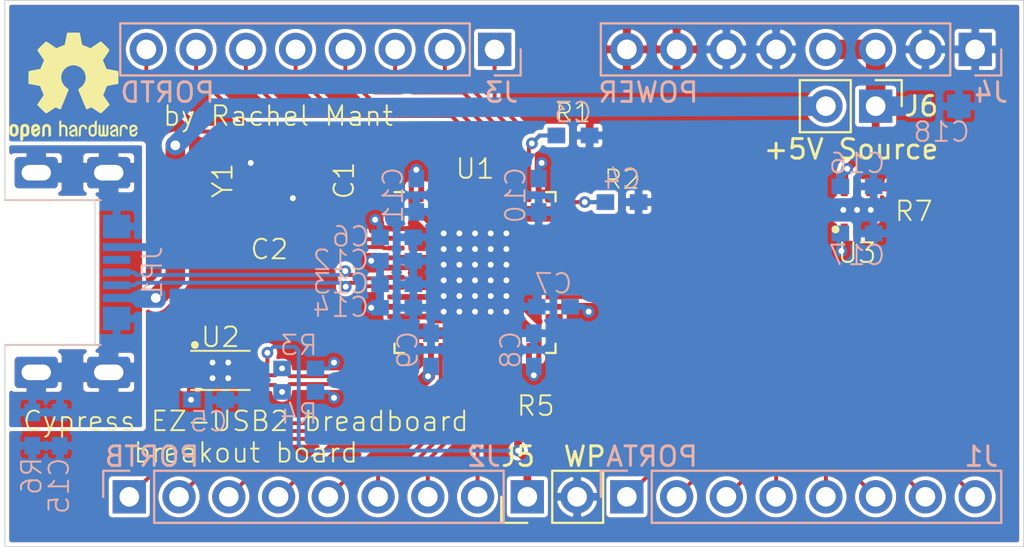
<source format=kicad_pcb>
(kicad_pcb (version 20171130) (host pcbnew 5.1.6)
  (layers (0 F.Cu mixed) (31 B.Cu mixed) (34 B.Paste user) (35 F.Paste user) (36 B.SilkS user) (37 F.SilkS user) (38 B.Mask user) (39 F.Mask user) (44 Edge.Cuts user))
  (net 0 "")
  (net 1 GND)
  (net 2 +3V3)
  (net 3 /Processor+USB/CLKOUT)
  (net 4 /Processor+USB/WAKEUP)
  (net 5 /Processor+USB/~RESET)
  (net 6 "Net-(U1-Pad31)")
  (net 7 "Net-(U1-Pad30)")
  (net 8 "Net-(U1-Pad29)")
  (net 9 /Processor+USB/SDA)
  (net 10 /Processor+USB/SCL)
  (net 11 "Net-(U1-Pad14)")
  (net 12 "Net-(U1-Pad13)")
  (net 13 "Net-(U1-Pad2)")
  (net 14 "Net-(U1-Pad1)")
  (net 15 /Processor+USB/OSC+)
  (net 16 /Processor+USB/OSC-)
  (net 17 "/Breadboard Connectors/PA7")
  (net 18 "/Breadboard Connectors/PA6")
  (net 19 "/Breadboard Connectors/PA5")
  (net 20 "/Breadboard Connectors/PA4")
  (net 21 "/Breadboard Connectors/PA3")
  (net 22 "/Breadboard Connectors/PA2")
  (net 23 "/Breadboard Connectors/PA1")
  (net 24 "/Breadboard Connectors/PA0")
  (net 25 "/Breadboard Connectors/PB7")
  (net 26 "/Breadboard Connectors/PB6")
  (net 27 "/Breadboard Connectors/PB5")
  (net 28 "/Breadboard Connectors/PB4")
  (net 29 "/Breadboard Connectors/PB3")
  (net 30 "/Breadboard Connectors/PB2")
  (net 31 "/Breadboard Connectors/PB1")
  (net 32 "/Breadboard Connectors/PB0")
  (net 33 "/Breadboard Connectors/PD7")
  (net 34 "/Breadboard Connectors/PD6")
  (net 35 "/Breadboard Connectors/PD5")
  (net 36 "/Breadboard Connectors/PD4")
  (net 37 "/Breadboard Connectors/PD3")
  (net 38 "/Breadboard Connectors/PD2")
  (net 39 "/Breadboard Connectors/PD1")
  (net 40 "/Breadboard Connectors/PD0")
  (net 41 "Net-(JP1-PadID)")
  (net 42 "/Supply + Support Elements/EEPROM_WC")
  (net 43 /Processor+USB/D+)
  (net 44 /Processor+USB/D-)
  (net 45 Earth)
  (net 46 +5V)
  (net 47 /Processor+USB/VBUS)
  (net 48 "Net-(R7-Pad1)")
  (module DX-MON:QFN-56-1EP_8x8mm_P0.5mm_EP4.5x5.2mm (layer F.Cu) (at 144 106)
    (fp_text reference U1 (at 0 -5.3) (layer F.SilkS) (effects (font (thickness 0.1))))
    (fp_text value CY7C68013A-56LTX hide)
    (pad 1 smd roundrect (at -4.0375 -3.25) (size 0.875 0.25) (layers F.Cu F.Paste F.Mask) (net 14 "Net-(U1-Pad1)"))
    (pad 2 smd roundrect (at -4.0375 -2.75) (size 0.875 0.25) (layers F.Cu F.Paste F.Mask) (net 13 "Net-(U1-Pad2)"))
    (pad 3 smd roundrect (at -4.0375 -2.25) (size 0.875 0.25) (layers F.Cu F.Paste F.Mask) (net 2 +3V3))
    (pad 4 smd roundrect (at -4.0375 -1.75) (size 0.875 0.25) (layers F.Cu F.Paste F.Mask) (net 15 /Processor+USB/OSC+))
    (pad 5 smd roundrect (at -4.0375 -1.25) (size 0.875 0.25) (layers F.Cu F.Paste F.Mask) (net 16 /Processor+USB/OSC-))
    (pad 6 smd roundrect (at -4.0375 -0.75) (size 0.875 0.25) (layers F.Cu F.Paste F.Mask) (net 1 GND))
    (pad 7 smd roundrect (at -4.0375 -0.25) (size 0.875 0.25) (layers F.Cu F.Paste F.Mask) (net 2 +3V3))
    (pad 8 smd roundrect (at -4.0375 0.25) (size 0.875 0.25) (layers F.Cu F.Paste F.Mask) (net 43 /Processor+USB/D+))
    (pad 9 smd roundrect (at -4.0375 0.75) (size 0.875 0.25) (layers F.Cu F.Paste F.Mask) (net 44 /Processor+USB/D-))
    (pad 10 smd roundrect (at -4.0375 1.25) (size 0.875 0.25) (layers F.Cu F.Paste F.Mask) (net 1 GND))
    (pad 11 smd roundrect (at -4.0375 1.75) (size 0.875 0.25) (layers F.Cu F.Paste F.Mask) (net 2 +3V3))
    (pad 12 smd roundrect (at -4.0375 2.25) (size 0.875 0.25) (layers F.Cu F.Paste F.Mask) (net 1 GND))
    (pad 13 smd roundrect (at -4.0375 2.75) (size 0.875 0.25) (layers F.Cu F.Paste F.Mask) (net 12 "Net-(U1-Pad13)"))
    (pad 14 smd roundrect (at -4.0375 3.25) (size 0.875 0.25) (layers F.Cu F.Paste F.Mask) (net 11 "Net-(U1-Pad14)"))
    (pad 15 smd roundrect (at -3.25 4.0375) (size 0.25 0.875) (layers F.Cu F.Paste F.Mask) (net 10 /Processor+USB/SCL))
    (pad 16 smd roundrect (at -2.75 4.0375) (size 0.25 0.875) (layers F.Cu F.Paste F.Mask) (net 9 /Processor+USB/SDA))
    (pad 17 smd roundrect (at -2.25 4.0375) (size 0.25 0.875) (layers F.Cu F.Paste F.Mask) (net 2 +3V3))
    (pad 18 smd roundrect (at -1.75 4.0375) (size 0.25 0.875) (layers F.Cu F.Paste F.Mask) (net 32 "/Breadboard Connectors/PB0"))
    (pad 19 smd roundrect (at -1.25 4.0375) (size 0.25 0.875) (layers F.Cu F.Paste F.Mask) (net 31 "/Breadboard Connectors/PB1"))
    (pad 20 smd roundrect (at -0.75 4.0375) (size 0.25 0.875) (layers F.Cu F.Paste F.Mask) (net 30 "/Breadboard Connectors/PB2"))
    (pad 21 smd roundrect (at -0.25 4.0375) (size 0.25 0.875) (layers F.Cu F.Paste F.Mask) (net 29 "/Breadboard Connectors/PB3"))
    (pad 22 smd roundrect (at 0.25 4.0375) (size 0.25 0.875) (layers F.Cu F.Paste F.Mask) (net 28 "/Breadboard Connectors/PB4"))
    (pad 23 smd roundrect (at 0.75 4.0375) (size 0.25 0.875) (layers F.Cu F.Paste F.Mask) (net 27 "/Breadboard Connectors/PB5"))
    (pad 24 smd roundrect (at 1.25 4.0375) (size 0.25 0.875) (layers F.Cu F.Paste F.Mask) (net 26 "/Breadboard Connectors/PB6"))
    (pad 25 smd roundrect (at 1.75 4.0375) (size 0.25 0.875) (layers F.Cu F.Paste F.Mask) (net 25 "/Breadboard Connectors/PB7"))
    (pad 26 smd roundrect (at 2.25 4.0375) (size 0.25 0.875) (layers F.Cu F.Paste F.Mask) (net 1 GND))
    (pad 27 smd roundrect (at 2.75 4.0375) (size 0.25 0.875) (layers F.Cu F.Paste F.Mask) (net 2 +3V3))
    (pad 28 smd roundrect (at 3.25 4.0375) (size 0.25 0.875) (layers F.Cu F.Paste F.Mask) (net 1 GND))
    (pad 29 smd roundrect (at 4.0375 3.25) (size 0.875 0.25) (layers F.Cu F.Paste F.Mask) (net 8 "Net-(U1-Pad29)"))
    (pad 30 smd roundrect (at 4.0375 2.75) (size 0.875 0.25) (layers F.Cu F.Paste F.Mask) (net 7 "Net-(U1-Pad30)"))
    (pad 31 smd roundrect (at 4.0375 2.25) (size 0.875 0.25) (layers F.Cu F.Paste F.Mask) (net 6 "Net-(U1-Pad31)"))
    (pad 32 smd roundrect (at 4.0375 1.75) (size 0.875 0.25) (layers F.Cu F.Paste F.Mask) (net 2 +3V3))
    (pad 33 smd roundrect (at 4.0375 1.25) (size 0.875 0.25) (layers F.Cu F.Paste F.Mask) (net 24 "/Breadboard Connectors/PA0"))
    (pad 34 smd roundrect (at 4.0375 0.75) (size 0.875 0.25) (layers F.Cu F.Paste F.Mask) (net 23 "/Breadboard Connectors/PA1"))
    (pad 35 smd roundrect (at 4.0375 0.25) (size 0.875 0.25) (layers F.Cu F.Paste F.Mask) (net 22 "/Breadboard Connectors/PA2"))
    (pad 36 smd roundrect (at 4.0375 -0.25) (size 0.875 0.25) (layers F.Cu F.Paste F.Mask) (net 21 "/Breadboard Connectors/PA3"))
    (pad 37 smd roundrect (at 4.0375 -0.75) (size 0.875 0.25) (layers F.Cu F.Paste F.Mask) (net 20 "/Breadboard Connectors/PA4"))
    (pad 38 smd roundrect (at 4.0375 -1.25) (size 0.875 0.25) (layers F.Cu F.Paste F.Mask) (net 19 "/Breadboard Connectors/PA5"))
    (pad 39 smd roundrect (at 4.0375 -1.75) (size 0.875 0.25) (layers F.Cu F.Paste F.Mask) (net 18 "/Breadboard Connectors/PA6"))
    (pad 40 smd roundrect (at 4.0375 -2.25) (size 0.875 0.25) (layers F.Cu F.Paste F.Mask) (net 17 "/Breadboard Connectors/PA7"))
    (pad 41 smd roundrect (at 4.0375 -2.75) (size 0.875 0.25) (layers F.Cu F.Paste F.Mask) (net 1 GND))
    (pad 42 smd roundrect (at 4.0375 -3.25) (size 0.875 0.25) (layers F.Cu F.Paste F.Mask) (net 5 /Processor+USB/~RESET))
    (pad 43 smd roundrect (at 3.25 -4.0375) (size 0.25 0.875) (layers F.Cu F.Paste F.Mask) (net 2 +3V3))
    (pad 44 smd roundrect (at 2.75 -4.0375) (size 0.25 0.875) (layers F.Cu F.Paste F.Mask) (net 4 /Processor+USB/WAKEUP))
    (pad 45 smd roundrect (at 2.25 -4.0375) (size 0.25 0.875) (layers F.Cu F.Paste F.Mask) (net 40 "/Breadboard Connectors/PD0"))
    (pad 46 smd roundrect (at 1.75 -4.0375) (size 0.25 0.875) (layers F.Cu F.Paste F.Mask) (net 39 "/Breadboard Connectors/PD1"))
    (pad 47 smd roundrect (at 1.25 -4.0375) (size 0.25 0.875) (layers F.Cu F.Paste F.Mask) (net 38 "/Breadboard Connectors/PD2"))
    (pad 48 smd roundrect (at 0.75 -4.0375) (size 0.25 0.875) (layers F.Cu F.Paste F.Mask) (net 37 "/Breadboard Connectors/PD3"))
    (pad 49 smd roundrect (at 0.25 -4.0375) (size 0.25 0.875) (layers F.Cu F.Paste F.Mask) (net 36 "/Breadboard Connectors/PD4"))
    (pad 50 smd roundrect (at -0.25 -4.0375) (size 0.25 0.875) (layers F.Cu F.Paste F.Mask) (net 35 "/Breadboard Connectors/PD5"))
    (pad 51 smd roundrect (at -0.75 -4.0375) (size 0.25 0.875) (layers F.Cu F.Paste F.Mask) (net 34 "/Breadboard Connectors/PD6"))
    (pad 52 smd roundrect (at -1.25 -4.0375) (size 0.25 0.875) (layers F.Cu F.Paste F.Mask) (net 33 "/Breadboard Connectors/PD7"))
    (pad 53 smd roundrect (at -1.75 -4.0375) (size 0.25 0.875) (layers F.Cu F.Paste F.Mask) (net 1 GND))
    (pad 54 smd roundrect (at -2.25 -4.0375) (size 0.25 0.875) (layers F.Cu F.Paste F.Mask) (net 3 /Processor+USB/CLKOUT))
    (pad 55 smd roundrect (at -2.75 -4.0375) (size 0.25 0.875) (layers F.Cu F.Paste F.Mask) (net 2 +3V3))
    (pad 56 smd roundrect (at -3.25 -4.0375) (size 0.25 0.875) (layers F.Cu F.Paste F.Mask) (net 1 GND))
    (pad 57 smd rect (at 0 0) (size 4.5 5.2) (layers F.Cu F.Mask) (net 1 GND))
  )
  (module Symbol:OSHW-Logo2_7.3x6mm_SilkScreen (layer F.Cu) (at 123.5 96.5)
    (fp_text reference LOGO1 hide)
    (fp_text value Logo_Open_Hardware_Small hide)
  )
  (module "USB:MICRO-USB-B-(IN_PCB)" (layer B.Cu) (at 120 106 90)
    (fp_text reference JP1 (at 0 8.1 90) (layer B.SilkS) (effects (font (thickness 0.1)) (justify bottom mirror)))
    (fp_text value USB-Micro-B hide)
    (fp_line (start -3.7 4.6) (end 3.7 4.6) (layer Edge.Cuts) (width 0.05))
    (fp_line (start 3.7 4.6) (end 3.7 0) (layer Edge.Cuts) (width 0.05))
    (fp_line (start -3.7 0) (end -3.7 4.6) (layer Edge.Cuts) (width 0.05))
    (pad SHIELD thru_hole roundrect (at 5.1 1.6 90) (size 1.6 2.2) (drill oval 0.8 1.5) (layers *.Cu *.Paste *.Mask) (roundrect_rratio 0.125) (net 45 Earth))
    (pad SHIELD thru_hole roundrect (at 5.1 5.3 90) (size 1.6 2.2) (drill oval 0.8 1.5) (layers *.Cu *.Paste *.Mask) (roundrect_rratio 0.125) (net 45 Earth))
    (pad SHIELD thru_hole roundrect (at -5.1 5.3 90) (size 1.6 2.2) (drill oval 0.8 1.5) (layers *.Cu *.Paste *.Mask) (roundrect_rratio 0.125) (net 45 Earth))
    (pad SHIELD thru_hole roundrect (at -5.1 1.6 90) (size 1.6 2.2) (drill oval 0.8 1.5) (layers *.Cu *.Paste *.Mask) (roundrect_rratio 0.125) (net 45 Earth))
    (pad SHIELD smd rect (at 2.35 5.7) (size 1.4 1.2) (layers B.Cu B.Paste B.Mask) (net 45 Earth))
    (pad SHIELD smd rect (at -2.35 5.7) (size 1.4 1.2) (layers B.Cu B.Paste B.Mask) (net 45 Earth))
    (pad VCC smd rect (at -1.3 5.7) (size 1.4 0.4) (layers B.Cu B.Paste B.Mask) (net 47 /Processor+USB/VBUS))
    (pad GND1 smd rect (at 1.3 5.7) (size 1.4 0.4) (layers B.Cu B.Paste B.Mask) (net 1 GND))
    (pad ID smd rect (at 0.65 5.7) (size 1.4 0.4) (layers B.Cu B.Paste B.Mask) (net 41 "Net-(JP1-PadID)"))
    (pad D+ smd rect (at 0 5.7) (size 1.4 0.4) (layers B.Cu B.Paste B.Mask) (net 43 /Processor+USB/D+))
    (pad D- smd rect (at -0.65 5.7) (size 1.4 0.4) (layers B.Cu B.Paste B.Mask) (net 44 /Processor+USB/D-))
  )
  (module rcl:C0805 (layer B.Cu) (at 167.7 97.5)
    (fp_text reference C18 (at -1.4 1.9) (layer B.SilkS) (effects (font (thickness 0.1)) (justify right bottom mirror)))
    (fp_text value 47uF hide)
    (pad 2 smd rect (at 1 0) (size 1.2 1.2) (layers B.Cu B.Paste B.Mask) (net 1 GND))
    (pad 1 smd rect (at -1 0) (size 1.2 1.2) (layers B.Cu B.Paste B.Mask) (net 46 +5V))
  )
  (module DX-MON:DFN6-2x2mm (layer F.Cu) (at 163.5 102.8 90)
    (fp_text reference U3 (at -2.2 0 180) (layer F.SilkS) (effects (font (thickness 0.1))))
    (fp_text value TLV755P hide)
    (pad GND smd rect (at 0 0 90) (size 1 1.6) (layers F.Cu F.Paste F.Mask) (net 1 GND))
    (pad 6 smd rect (at 1.05 -0.65 90) (size 0.7 0.35) (layers F.Cu F.Paste F.Mask) (net 46 +5V))
    (pad 5 smd rect (at 1.05 0 90) (size 0.7 0.35) (layers F.Cu F.Paste F.Mask) (net 1 GND))
    (pad 4 smd rect (at 1.05 0.65 90) (size 0.7 0.35) (layers F.Cu F.Paste F.Mask) (net 48 "Net-(R7-Pad1)"))
    (pad 3 smd rect (at -1.05 0.65 90) (size 0.7 0.35) (layers F.Cu F.Paste F.Mask) (net 1 GND))
    (pad 2 smd rect (at -1.05 0 90) (size 0.7 0.35) (layers F.Cu F.Paste F.Mask) (net 1 GND))
    (pad 1 smd rect (at -1.05 -0.65 90) (size 0.7 0.35) (layers F.Cu F.Paste F.Mask) (net 2 +3V3))
  )
  (module rcl:R0603 (layer F.Cu) (at 166.4 101.75)
    (fp_text reference R7 (at 0 1.7) (layer F.SilkS) (effects (font (thickness 0.1)) (justify bottom)))
    (fp_text value 100k hide)
    (pad 2 smd rect (at 0.85 0) (size 0.9 0.8) (layers F.Cu F.Paste F.Mask) (net 46 +5V))
    (pad 1 smd rect (at -0.85 0) (size 0.9 0.8) (layers F.Cu F.Paste F.Mask) (net 48 "Net-(R7-Pad1)"))
  )
  (module rcl:C0603 (layer B.Cu) (at 163.5 104)
    (fp_text reference C17 (at 0 1.7) (layer B.SilkS) (effects (font (thickness 0.1)) (justify bottom mirror)))
    (fp_text value 4.7uF hide)
    (pad 2 smd rect (at 0.85 0) (size 0.9 0.8) (layers B.Cu B.Paste B.Mask) (net 1 GND))
    (pad 1 smd rect (at -0.85 0) (size 0.9 0.8) (layers B.Cu B.Paste B.Mask) (net 2 +3V3))
  )
  (module rcl:C0603 (layer B.Cu) (at 163.5 101.6 180)
    (fp_text reference C16 (at 0 0.6) (layer B.SilkS) (effects (font (thickness 0.1)) (justify bottom mirror)))
    (fp_text value 4.7uF hide)
    (pad 2 smd rect (at 0.85 0 180) (size 0.9 0.8) (layers B.Cu B.Paste B.Mask) (net 46 +5V))
    (pad 1 smd rect (at -0.85 0 180) (size 0.9 0.8) (layers B.Cu B.Paste B.Mask) (net 1 GND))
  )
  (module Connector_PinHeader_2.54mm:PinHeader_1x02_P2.54mm_Vertical (layer F.Cu) (at 164.45 97.5 270)
    (fp_text reference J6 (at 0 -2.33 180) (layer F.SilkS))
    (fp_text value "+5V Source" (at 2.2 1.25 180) (layer F.SilkS))
    (pad 2 thru_hole oval (at 0 2.54 270) (size 1.7 1.7) (drill 1) (layers *.Cu *.Mask) (net 47 /Processor+USB/VBUS))
    (pad 1 thru_hole rect (at 0 0 270) (size 1.7 1.7) (drill 1) (layers *.Cu *.Mask) (net 46 +5V))
  )
  (module Connector_PinHeader_2.54mm:PinHeader_1x08_P2.54mm_Vertical (layer B.Cu) (at 145 94.6 90)
    (fp_text reference J3 (at -2.2 1.3 180) (layer B.SilkS) (effects (justify left mirror)))
    (fp_text value PORTD (at -2.2 -19.2) (layer B.SilkS) (effects (justify right mirror)))
    (pad 8 thru_hole oval (at 0 -17.78 90) (size 1.7 1.7) (drill 1) (layers *.Cu *.Mask) (net 33 "/Breadboard Connectors/PD7"))
    (pad 7 thru_hole oval (at 0 -15.24 90) (size 1.7 1.7) (drill 1) (layers *.Cu *.Mask) (net 34 "/Breadboard Connectors/PD6"))
    (pad 6 thru_hole oval (at 0 -12.7 90) (size 1.7 1.7) (drill 1) (layers *.Cu *.Mask) (net 35 "/Breadboard Connectors/PD5"))
    (pad 5 thru_hole oval (at 0 -10.16 90) (size 1.7 1.7) (drill 1) (layers *.Cu *.Mask) (net 36 "/Breadboard Connectors/PD4"))
    (pad 4 thru_hole oval (at 0 -7.62 90) (size 1.7 1.7) (drill 1) (layers *.Cu *.Mask) (net 37 "/Breadboard Connectors/PD3"))
    (pad 3 thru_hole oval (at 0 -5.08 90) (size 1.7 1.7) (drill 1) (layers *.Cu *.Mask) (net 38 "/Breadboard Connectors/PD2"))
    (pad 2 thru_hole oval (at 0 -2.54 90) (size 1.7 1.7) (drill 1) (layers *.Cu *.Mask) (net 39 "/Breadboard Connectors/PD1"))
    (pad 1 thru_hole rect (at 0 0 90) (size 1.7 1.7) (drill 1) (layers *.Cu *.Mask) (net 40 "/Breadboard Connectors/PD0"))
  )
  (module osc:SMD2520 (layer F.Cu) (at 133.6 101.3 180)
    (fp_text reference Y1 (at 1.9 0 90) (layer F.SilkS) (effects (font (thickness 0.1)) (justify bottom)))
    (fp_text value 24MHz hide)
    (pad 1 smd rect (at -1.05 0.9 180) (size 1.3 1.2) (layers F.Cu F.Paste F.Mask) (net 15 /Processor+USB/OSC+))
    (pad 4 smd rect (at -1.05 -0.9 180) (size 1.3 1.2) (layers F.Cu F.Paste F.Mask) (net 1 GND))
    (pad 2 smd rect (at 1.05 0.9 180) (size 1.3 1.2) (layers F.Cu F.Paste F.Mask) (net 1 GND))
    (pad 3 smd rect (at 1.05 -0.9 180) (size 1.3 1.2) (layers F.Cu F.Paste F.Mask) (net 16 /Processor+USB/OSC-))
  )
  (module rcl:R0603 (layer B.Cu) (at 121.4 114 90)
    (fp_text reference R6 (at -2.4 0.55 270) (layer B.SilkS) (effects (font (thickness 0.1)) (justify bottom mirror)))
    (fp_text value 1M hide)
    (pad 2 smd rect (at 0.85 0 90) (size 0.9 0.8) (layers B.Cu B.Paste B.Mask) (net 45 Earth))
    (pad 1 smd rect (at -0.85 0 90) (size 0.9 0.8) (layers B.Cu B.Paste B.Mask) (net 1 GND))
  )
  (module rcl:C0603 (layer B.Cu) (at 122.8 114 270)
    (fp_text reference C15 (at 2.9 -0.55 270) (layer B.SilkS) (effects (font (thickness 0.1)) (justify bottom mirror)))
    (fp_text value 0.1uF hide)
    (pad 2 smd rect (at 0.85 0 270) (size 0.9 0.8) (layers B.Cu B.Paste B.Mask) (net 1 GND))
    (pad 1 smd rect (at -0.85 0 270) (size 0.9 0.8) (layers B.Cu B.Paste B.Mask) (net 45 Earth))
  )
  (module rcl:R0603 (layer B.Cu) (at 135 112.1 180)
    (fp_text reference R4 (at 0 -1.7 180) (layer B.SilkS) (effects (font (thickness 0.1)) (justify bottom mirror)))
    (fp_text value 2k2 hide)
    (pad 2 smd rect (at 0.85 0 180) (size 0.9 0.8) (layers B.Cu B.Paste B.Mask) (net 9 /Processor+USB/SDA))
    (pad 1 smd rect (at -0.85 0 180) (size 0.9 0.8) (layers B.Cu B.Paste B.Mask) (net 2 +3V3))
  )
  (module DX-MON:UFDFPN8 (layer F.Cu) (at 131 111 270)
    (fp_text reference U2 (at -1.7 0 180) (layer F.SilkS) (effects (font (thickness 0.1))))
    (fp_text value M24128 hide)
    (pad 8 smd rect (at -0.75 -1.5 270) (size 0.25 0.8) (layers F.Cu F.Paste F.Mask))
    (pad 7 smd rect (at -0.25 -1.5 270) (size 0.25 0.8) (layers F.Cu F.Paste F.Mask) (net 42 "/Supply + Support Elements/EEPROM_WC"))
    (pad 6 smd rect (at 0.25 -1.5 270) (size 0.25 0.8) (layers F.Cu F.Paste F.Mask) (net 10 /Processor+USB/SCL))
    (pad 5 smd rect (at 0.75 -1.5 270) (size 0.25 0.8) (layers F.Cu F.Paste F.Mask) (net 9 /Processor+USB/SDA))
    (pad 4 smd rect (at 0.75 1.5 270) (size 0.25 0.8) (layers F.Cu F.Paste F.Mask) (net 2 +3V3))
    (pad 3 smd rect (at 0.25 1.5 270) (size 0.25 0.8) (layers F.Cu F.Paste F.Mask) (net 1 GND))
    (pad 2 smd rect (at -0.25 1.5 270) (size 0.25 0.8) (layers F.Cu F.Paste F.Mask) (net 1 GND))
    (pad 1 smd rect (at -0.75 1.5 270) (size 0.25 0.8) (layers F.Cu F.Paste F.Mask) (net 2 +3V3))
    (pad GND smd rect (at 0 0 270) (size 1.4 1.4) (layers F.Cu F.Paste F.Mask) (net 1 GND))
  )
  (module rcl:C0603 (layer B.Cu) (at 140 107.8)
    (fp_text reference C14 (at -2.85 0.55) (layer B.SilkS) (effects (font (thickness 0.1)) (justify bottom mirror)))
    (fp_text value 1nF hide)
    (pad 2 smd rect (at 0.85 0) (size 0.9 0.8) (layers B.Cu B.Paste B.Mask) (net 1 GND))
    (pad 1 smd rect (at -0.85 0) (size 0.9 0.8) (layers B.Cu B.Paste B.Mask) (net 2 +3V3))
  )
  (module rcl:C0603 (layer B.Cu) (at 140 106.6)
    (fp_text reference C13 (at -2.85 0.55) (layer B.SilkS) (effects (font (thickness 0.1)) (justify bottom mirror)))
    (fp_text value 10nF hide)
    (pad 2 smd rect (at 0.85 0) (size 0.9 0.8) (layers B.Cu B.Paste B.Mask) (net 1 GND))
    (pad 1 smd rect (at -0.85 0) (size 0.9 0.8) (layers B.Cu B.Paste B.Mask) (net 2 +3V3))
  )
  (module rcl:C0603 (layer B.Cu) (at 140 105.4)
    (fp_text reference C12 (at -2.85 0.55) (layer B.SilkS) (effects (font (thickness 0.1)) (justify bottom mirror)))
    (fp_text value 0.22uF hide)
    (pad 2 smd rect (at 0.85 0) (size 0.9 0.8) (layers B.Cu B.Paste B.Mask) (net 1 GND))
    (pad 1 smd rect (at -0.85 0) (size 0.9 0.8) (layers B.Cu B.Paste B.Mask) (net 2 +3V3))
  )
  (module rcl:C0603 (layer B.Cu) (at 141 102.05 270)
    (fp_text reference C11 (at 0 0.6 90) (layer B.SilkS) (effects (font (thickness 0.1)) (justify bottom mirror)))
    (fp_text value 0.1uF hide)
    (pad 2 smd rect (at 0.85 0 270) (size 0.9 0.8) (layers B.Cu B.Paste B.Mask) (net 1 GND))
    (pad 1 smd rect (at -0.85 0 270) (size 0.9 0.8) (layers B.Cu B.Paste B.Mask) (net 2 +3V3))
  )
  (module rcl:C0603 (layer B.Cu) (at 147.25 102.05 270)
    (fp_text reference C10 (at 0 0.6 90) (layer B.SilkS) (effects (font (thickness 0.1)) (justify bottom mirror)))
    (fp_text value 0.1uF hide)
    (pad 2 smd rect (at 0.85 0 270) (size 0.9 0.8) (layers B.Cu B.Paste B.Mask) (net 1 GND))
    (pad 1 smd rect (at -0.85 0 270) (size 0.9 0.8) (layers B.Cu B.Paste B.Mask) (net 2 +3V3))
  )
  (module rcl:C0603 (layer B.Cu) (at 141.75 109.95 90)
    (fp_text reference C9 (at 0 -0.6 270) (layer B.SilkS) (effects (font (thickness 0.1)) (justify bottom mirror)))
    (fp_text value 0.1uF hide)
    (pad 2 smd rect (at 0.85 0 90) (size 0.9 0.8) (layers B.Cu B.Paste B.Mask) (net 1 GND))
    (pad 1 smd rect (at -0.85 0 90) (size 0.9 0.8) (layers B.Cu B.Paste B.Mask) (net 2 +3V3))
  )
  (module rcl:C0603 (layer B.Cu) (at 147 109.95 90)
    (fp_text reference C8 (at 0 -0.6 90) (layer B.SilkS) (effects (font (thickness 0.1)) (justify bottom mirror)))
    (fp_text value 0.1uF hide)
    (pad 2 smd rect (at 0.85 0 90) (size 0.9 0.8) (layers B.Cu B.Paste B.Mask) (net 1 GND))
    (pad 1 smd rect (at -0.85 0 90) (size 0.9 0.8) (layers B.Cu B.Paste B.Mask) (net 2 +3V3))
  )
  (module rcl:C0603 (layer B.Cu) (at 148 107.75 180)
    (fp_text reference C7 (at 0 0.6) (layer B.SilkS) (effects (font (thickness 0.1)) (justify bottom mirror)))
    (fp_text value 0.1uF hide)
    (pad 2 smd rect (at 0.85 0 180) (size 0.9 0.8) (layers B.Cu B.Paste B.Mask) (net 1 GND))
    (pad 1 smd rect (at -0.85 0 180) (size 0.9 0.8) (layers B.Cu B.Paste B.Mask) (net 2 +3V3))
  )
  (module rcl:C0603 (layer B.Cu) (at 140 104.2)
    (fp_text reference C6 (at -2.35 0.55) (layer B.SilkS) (effects (font (thickness 0.1)) (justify bottom mirror)))
    (fp_text value 0.1uF hide)
    (pad 2 smd rect (at 0.85 0) (size 0.9 0.8) (layers B.Cu B.Paste B.Mask) (net 1 GND))
    (pad 1 smd rect (at -0.85 0) (size 0.9 0.8) (layers B.Cu B.Paste B.Mask) (net 2 +3V3))
  )
  (module rcl:R0603 (layer F.Cu) (at 147.1 114)
    (fp_text reference R5 (at 0 -0.6) (layer F.SilkS) (effects (font (thickness 0.1)) (justify bottom)))
    (fp_text value 10k hide)
    (pad 2 smd rect (at 0.85 0) (size 0.9 0.8) (layers F.Cu F.Paste F.Mask) (net 2 +3V3))
    (pad 1 smd rect (at -0.85 0) (size 0.9 0.8) (layers F.Cu F.Paste F.Mask) (net 42 "/Supply + Support Elements/EEPROM_WC"))
  )
  (module Connector_PinHeader_2.54mm:PinHeader_1x02_P2.54mm_Vertical (layer F.Cu) (at 146.67 117.46 90)
    (fp_text reference J5 (at 2.06 -0.47 180) (layer F.SilkS))
    (fp_text value WP (at 2.06 2.93 180) (layer F.SilkS))
    (pad 2 thru_hole oval (at 0 2.54 90) (size 1.7 1.7) (drill 1) (layers *.Cu *.Mask) (net 1 GND))
    (pad 1 thru_hole rect (at 0 0 90) (size 1.7 1.7) (drill 1) (layers *.Cu *.Mask) (net 42 "/Supply + Support Elements/EEPROM_WC"))
  )
  (module rcl:C0603 (layer B.Cu) (at 130.4 112.5)
    (fp_text reference C5 (at 0 1.7) (layer B.SilkS) (effects (font (thickness 0.1)) (justify bottom mirror)))
    (fp_text value 0.1uF hide)
    (pad 2 smd rect (at 0.85 0) (size 0.9 0.8) (layers B.Cu B.Paste B.Mask) (net 1 GND))
    (pad 1 smd rect (at -0.85 0) (size 0.9 0.8) (layers B.Cu B.Paste B.Mask) (net 2 +3V3))
  )
  (module rcl:R0603 (layer B.Cu) (at 135 110.9 180)
    (fp_text reference R3 (at 0 0.6 180) (layer B.SilkS) (effects (font (thickness 0.1)) (justify bottom mirror)))
    (fp_text value 2k2 hide)
    (pad 2 smd rect (at 0.85 0 180) (size 0.9 0.8) (layers B.Cu B.Paste B.Mask) (net 10 /Processor+USB/SCL))
    (pad 1 smd rect (at -0.85 0 180) (size 0.9 0.8) (layers B.Cu B.Paste B.Mask) (net 2 +3V3))
  )
  (module rcl:R0603 (layer F.Cu) (at 151.5 102.4 180)
    (fp_text reference R2 (at 0 0.6) (layer F.SilkS) (effects (font (size 0.95 0.95) (thickness 0.08)) (justify bottom)))
    (fp_text value 10k hide)
    (pad 2 smd rect (at 0.85 0 180) (size 0.9 0.8) (layers F.Cu F.Paste F.Mask) (net 5 /Processor+USB/~RESET))
    (pad 1 smd rect (at -0.85 0 180) (size 0.9 0.8) (layers F.Cu F.Paste F.Mask) (net 2 +3V3))
  )
  (module rcl:R0603 (layer F.Cu) (at 149 99 180)
    (fp_text reference R1 (at 0 0.6) (layer F.SilkS) (effects (font (size 0.95 0.95) (thickness 0.08)) (justify bottom)))
    (fp_text value 100k hide)
    (pad 2 smd rect (at 0.85 0 180) (size 0.9 0.8) (layers F.Cu F.Paste F.Mask) (net 4 /Processor+USB/WAKEUP))
    (pad 1 smd rect (at -0.85 0 180) (size 0.9 0.8) (layers F.Cu F.Paste F.Mask) (net 2 +3V3))
  )
  (module rcl:C0603 (layer B.Cu) (at 151.5 102.4)
    (fp_text reference C4 (at 0 -0.6) (layer B.SilkS) (effects (font (thickness 0.1)) (justify bottom mirror)))
    (fp_text value 10uF hide)
    (pad 2 smd rect (at 0.85 0) (size 0.9 0.8) (layers B.Cu B.Paste B.Mask) (net 1 GND))
    (pad 1 smd rect (at -0.85 0) (size 0.9 0.8) (layers B.Cu B.Paste B.Mask) (net 5 /Processor+USB/~RESET))
  )
  (module rcl:C0603 (layer B.Cu) (at 149 99)
    (fp_text reference C3 (at 0 -0.6) (layer B.SilkS) (effects (font (thickness 0.1)) (justify bottom mirror)))
    (fp_text value 10uF hide)
    (pad 2 smd rect (at 0.85 0) (size 0.9 0.8) (layers B.Cu B.Paste B.Mask) (net 1 GND))
    (pad 1 smd rect (at -0.85 0) (size 0.9 0.8) (layers B.Cu B.Paste B.Mask) (net 4 /Processor+USB/WAKEUP))
  )
  (module rcl:C0603 (layer F.Cu) (at 133.5 103.7)
    (fp_text reference C2 (at 0 1.7) (layer F.SilkS) (effects (font (thickness 0.1)) (justify bottom)))
    (fp_text value 15pF hide)
    (pad 2 smd rect (at 0.85 0) (size 0.9 0.8) (layers F.Cu F.Paste F.Mask) (net 1 GND))
    (pad 1 smd rect (at -0.85 0) (size 0.9 0.8) (layers F.Cu F.Paste F.Mask) (net 16 /Processor+USB/OSC-))
  )
  (module rcl:C0603 (layer F.Cu) (at 136.2 101.3 270)
    (fp_text reference C1 (at 0 -1.7 90) (layer F.SilkS) (effects (font (thickness 0.1)) (justify bottom)))
    (fp_text value 15pF hide)
    (pad 2 smd rect (at 0.85 0 270) (size 0.9 0.8) (layers F.Cu F.Paste F.Mask) (net 1 GND))
    (pad 1 smd rect (at -0.85 0 270) (size 0.9 0.8) (layers F.Cu F.Paste F.Mask) (net 15 /Processor+USB/OSC+))
  )
  (module Connector_PinHeader_2.54mm:PinHeader_1x08_P2.54mm_Vertical (layer B.Cu) (at 169.53 94.6 90)
    (fp_text reference J4 (at -2.2 1.77) (layer B.SilkS) (effects (justify left mirror)))
    (fp_text value POWER (at -2.2 -19.33) (layer B.SilkS) (effects (justify right mirror)))
    (pad 8 thru_hole oval (at 0 -17.78 90) (size 1.7 1.7) (drill 1) (layers *.Cu *.Mask) (net 2 +3V3))
    (pad 7 thru_hole oval (at 0 -15.24 90) (size 1.7 1.7) (drill 1) (layers *.Cu *.Mask) (net 2 +3V3))
    (pad 6 thru_hole oval (at 0 -12.7 90) (size 1.7 1.7) (drill 1) (layers *.Cu *.Mask) (net 1 GND))
    (pad 5 thru_hole oval (at 0 -10.16 90) (size 1.7 1.7) (drill 1) (layers *.Cu *.Mask) (net 1 GND))
    (pad 4 thru_hole oval (at 0 -7.62 90) (size 1.7 1.7) (drill 1) (layers *.Cu *.Mask) (net 46 +5V))
    (pad 3 thru_hole oval (at 0 -5.08 90) (size 1.7 1.7) (drill 1) (layers *.Cu *.Mask) (net 46 +5V))
    (pad 2 thru_hole oval (at 0 -2.54 90) (size 1.7 1.7) (drill 1) (layers *.Cu *.Mask) (net 1 GND))
    (pad 1 thru_hole rect (at 0 0 90) (size 1.7 1.7) (drill 1) (layers *.Cu *.Mask) (net 1 GND))
  )
  (module Connector_PinHeader_2.54mm:PinHeader_1x08_P2.54mm_Vertical (layer B.Cu) (at 126.35 117.46 270)
    (fp_text reference J2 (at -2.06 -19.05 180) (layer B.SilkS) (effects (justify left mirror)))
    (fp_text value PORTB (at -2.06 1.35) (layer B.SilkS) (effects (justify right mirror)))
    (pad 8 thru_hole oval (at 0 -17.78 270) (size 1.7 1.7) (drill 1) (layers *.Cu *.Mask) (net 25 "/Breadboard Connectors/PB7"))
    (pad 7 thru_hole oval (at 0 -15.24 270) (size 1.7 1.7) (drill 1) (layers *.Cu *.Mask) (net 26 "/Breadboard Connectors/PB6"))
    (pad 6 thru_hole oval (at 0 -12.7 270) (size 1.7 1.7) (drill 1) (layers *.Cu *.Mask) (net 27 "/Breadboard Connectors/PB5"))
    (pad 5 thru_hole oval (at 0 -10.16 270) (size 1.7 1.7) (drill 1) (layers *.Cu *.Mask) (net 28 "/Breadboard Connectors/PB4"))
    (pad 4 thru_hole oval (at 0 -7.62 270) (size 1.7 1.7) (drill 1) (layers *.Cu *.Mask) (net 29 "/Breadboard Connectors/PB3"))
    (pad 3 thru_hole oval (at 0 -5.08 270) (size 1.7 1.7) (drill 1) (layers *.Cu *.Mask) (net 30 "/Breadboard Connectors/PB2"))
    (pad 2 thru_hole oval (at 0 -2.54 270) (size 1.7 1.7) (drill 1) (layers *.Cu *.Mask) (net 31 "/Breadboard Connectors/PB1"))
    (pad 1 thru_hole rect (at 0 0 270) (size 1.7 1.7) (drill 1) (layers *.Cu *.Mask) (net 32 "/Breadboard Connectors/PB0"))
  )
  (module Connector_PinHeader_2.54mm:PinHeader_1x08_P2.54mm_Vertical (layer B.Cu) (at 151.75 117.46 270)
    (fp_text reference J1 (at -2.06 -19.05) (layer B.SilkS) (effects (justify left mirror)))
    (fp_text value PORTA (at -2.06 1.15) (layer B.SilkS) (effects (justify right mirror)))
    (pad 8 thru_hole oval (at 0 -17.78 270) (size 1.7 1.7) (drill 1) (layers *.Cu *.Mask) (net 17 "/Breadboard Connectors/PA7"))
    (pad 7 thru_hole oval (at 0 -15.24 270) (size 1.7 1.7) (drill 1) (layers *.Cu *.Mask) (net 18 "/Breadboard Connectors/PA6"))
    (pad 6 thru_hole oval (at 0 -12.7 270) (size 1.7 1.7) (drill 1) (layers *.Cu *.Mask) (net 19 "/Breadboard Connectors/PA5"))
    (pad 5 thru_hole oval (at 0 -10.16 270) (size 1.7 1.7) (drill 1) (layers *.Cu *.Mask) (net 20 "/Breadboard Connectors/PA4"))
    (pad 4 thru_hole oval (at 0 -7.62 270) (size 1.7 1.7) (drill 1) (layers *.Cu *.Mask) (net 21 "/Breadboard Connectors/PA3"))
    (pad 3 thru_hole oval (at 0 -5.08 270) (size 1.7 1.7) (drill 1) (layers *.Cu *.Mask) (net 22 "/Breadboard Connectors/PA2"))
    (pad 2 thru_hole oval (at 0 -2.54 270) (size 1.7 1.7) (drill 1) (layers *.Cu *.Mask) (net 23 "/Breadboard Connectors/PA1"))
    (pad 1 thru_hole rect (at 0 0 270) (size 1.7 1.7) (drill 1) (layers *.Cu *.Mask) (net 24 "/Breadboard Connectors/PA0"))
  )
  (gr_text "Cypress EZ-USB2 breadboard\nbreakout board" (at 132.3 114.4) (layer F.SilkS) (effects (font (size 1 1) (thickness 0.1))))
  (gr_text "by Rachel Mant" (at 128 98) (layer F.SilkS) (effects (font (size 1 1) (thickness 0.1)) (justify left)))
  (gr_line (start 120 109.7) (end 120 120) (layer Edge.Cuts) (width 0.05))
  (gr_line (start 120 92.1) (end 120 102.3) (layer Edge.Cuts) (width 0.05))
  (gr_line (start 172 120) (end 120 120) (layer Edge.Cuts) (width 0.05))
  (gr_line (start 172 120) (end 172 92.1) (layer Edge.Cuts) (width 0.05))
  (gr_line (start 120 92.1) (end 172 92.1) (layer Edge.Cuts) (width 0.05))
  (via (at 164.2 102.8) (size 0.6) (drill 0.3) (layers F.Cu B.Cu) (net 1))
  (via (at 163.5 102.8) (size 0.6) (drill 0.3) (layers F.Cu B.Cu) (net 1))
  (via (at 162.8 102.8) (size 0.6) (drill 0.3) (layers F.Cu B.Cu) (net 1))
  (via (at 134.7 102.2) (size 0.6) (drill 0.3) (layers F.Cu B.Cu) (net 1))
  (via (at 132.55 100.4) (size 0.6) (drill 0.3) (layers F.Cu B.Cu) (net 1))
  (via (at 130.6 110.6) (size 0.6) (drill 0.3) (layers F.Cu B.Cu) (net 1))
  (via (at 130.6 111.4) (size 0.6) (drill 0.3) (layers F.Cu B.Cu) (net 1))
  (via (at 131.4 111.4) (size 0.6) (drill 0.3) (layers F.Cu B.Cu) (net 1))
  (via (at 131.4 110.6) (size 0.6) (drill 0.3) (layers F.Cu B.Cu) (net 1))
  (via (at 145.6 108) (size 0.6) (drill 0.3) (layers F.Cu B.Cu) (net 1))
  (via (at 144.8 108) (size 0.6) (drill 0.3) (layers F.Cu B.Cu) (net 1))
  (via (at 144 108) (size 0.6) (drill 0.3) (layers F.Cu B.Cu) (net 1))
  (via (at 143.2 108) (size 0.6) (drill 0.3) (layers F.Cu B.Cu) (net 1))
  (via (at 142.4 108) (size 0.6) (drill 0.3) (layers F.Cu B.Cu) (net 1))
  (via (at 142.4 104) (size 0.6) (drill 0.3) (layers F.Cu B.Cu) (net 1))
  (via (at 143.2 104) (size 0.6) (drill 0.3) (layers F.Cu B.Cu) (net 1))
  (via (at 144 104) (size 0.6) (drill 0.3) (layers F.Cu B.Cu) (net 1))
  (via (at 144.8 104) (size 0.6) (drill 0.3) (layers F.Cu B.Cu) (net 1))
  (via (at 145.6 104) (size 0.6) (drill 0.3) (layers F.Cu B.Cu) (net 1))
  (via (at 145.6 104.8) (size 0.6) (drill 0.3) (layers F.Cu B.Cu) (net 1))
  (via (at 144.8 104.8) (size 0.6) (drill 0.3) (layers F.Cu B.Cu) (net 1))
  (via (at 144 104.8) (size 0.6) (drill 0.3) (layers F.Cu B.Cu) (net 1))
  (via (at 143.2 104.8) (size 0.6) (drill 0.3) (layers F.Cu B.Cu) (net 1))
  (via (at 142.4 104.8) (size 0.6) (drill 0.3) (layers F.Cu B.Cu) (net 1))
  (via (at 142.4 105.6) (size 0.6) (drill 0.3) (layers F.Cu B.Cu) (net 1))
  (via (at 143.2 105.6) (size 0.6) (drill 0.3) (layers F.Cu B.Cu) (net 1))
  (via (at 143.2 106.4) (size 0.6) (drill 0.3) (layers F.Cu B.Cu) (net 1))
  (via (at 142.4 106.4) (size 0.6) (drill 0.3) (layers F.Cu B.Cu) (net 1))
  (via (at 142.4 107.2) (size 0.6) (drill 0.3) (layers F.Cu B.Cu) (net 1))
  (via (at 143.2 107.2) (size 0.6) (drill 0.3) (layers F.Cu B.Cu) (net 1))
  (via (at 145.6 107.2) (size 0.6) (drill 0.3) (layers F.Cu B.Cu) (net 1))
  (via (at 144.8 107.2) (size 0.6) (drill 0.3) (layers F.Cu B.Cu) (net 1))
  (via (at 144 107.2) (size 0.6) (drill 0.3) (layers F.Cu B.Cu) (net 1))
  (via (at 144 106.4) (size 0.6) (drill 0.3) (layers F.Cu B.Cu) (net 1))
  (via (at 144.8 106.4) (size 0.6) (drill 0.3) (layers F.Cu B.Cu) (net 1))
  (via (at 145.6 106.4) (size 0.6) (drill 0.3) (layers F.Cu B.Cu) (net 1))
  (via (at 145.6 105.6) (size 0.6) (drill 0.3) (layers F.Cu B.Cu) (net 1))
  (via (at 144.8 105.6) (size 0.6) (drill 0.3) (layers F.Cu B.Cu) (net 1))
  (via (at 144 105.6) (size 0.6) (drill 0.3) (layers F.Cu B.Cu) (net 1))
  (segment (start 130.75 111.25) (end 131 111) (width 0.3) (layer F.Cu) (net 1))
  (segment (start 129.5 111.25) (end 130.75 111.25) (width 0.3) (layer F.Cu) (net 1))
  (segment (start 130.75 110.75) (end 131 111) (width 0.3) (layer F.Cu) (net 1))
  (segment (start 129.5 110.75) (end 130.75 110.75) (width 0.3) (layer F.Cu) (net 1))
  (segment (start 142.75 107.25) (end 144 106) (width 0.3) (layer F.Cu) (net 1))
  (segment (start 140.0625 107.25) (end 142.75 107.25) (width 0.3) (layer F.Cu) (net 1))
  (segment (start 141.75 108.25) (end 144 106) (width 0.3) (layer F.Cu) (net 1))
  (segment (start 140.0625 108.25) (end 141.75 108.25) (width 0.3) (layer F.Cu) (net 1))
  (segment (start 125.7 104.7) (end 127.2 104.7) (width 0.4) (layer B.Cu) (net 1))
  (segment (start 143.25 105.25) (end 144 106) (width 0.3) (layer F.Cu) (net 1))
  (segment (start 139.9625 105.25) (end 143.25 105.25) (width 0.3) (layer F.Cu) (net 1))
  (segment (start 146.25 108.25) (end 144 106) (width 0.3) (layer F.Cu) (net 1))
  (segment (start 147.25 110.0375) (end 147.25 109.25) (width 0.3) (layer F.Cu) (net 1))
  (segment (start 146.75 108.75) (end 146.25 108.75) (width 0.3) (layer F.Cu) (net 1))
  (segment (start 147.25 109.25) (end 146.75 108.75) (width 0.3) (layer F.Cu) (net 1))
  (segment (start 146.25 108.75) (end 146.25 108.25) (width 0.3) (layer F.Cu) (net 1))
  (segment (start 146.25 110.0375) (end 146.25 108.75) (width 0.3) (layer F.Cu) (net 1))
  (segment (start 148.0375 103.25) (end 146.4 103.25) (width 0.3) (layer F.Cu) (net 1))
  (segment (start 144 105.65) (end 144 106) (width 0.3) (layer F.Cu) (net 1))
  (segment (start 146.4 103.25) (end 144 105.65) (width 0.3) (layer F.Cu) (net 1))
  (segment (start 140.75 101.9625) (end 140.75 102.5) (width 0.3) (layer F.Cu) (net 1))
  (segment (start 144 105.75) (end 144 106.4) (width 0.3) (layer F.Cu) (net 1))
  (segment (start 140.75 102.5) (end 144 105.75) (width 0.3) (layer F.Cu) (net 1))
  (segment (start 163.5 101.75) (end 163.5 102.8) (width 0.4) (layer F.Cu) (net 1))
  (segment (start 142.25 103.85) (end 142.4 104) (width 0.3) (layer F.Cu) (net 1))
  (segment (start 142.25 101.9625) (end 142.25 103.85) (width 0.3) (layer F.Cu) (net 1))
  (via (at 141.6 111.3) (size 0.6) (drill 0.3) (layers F.Cu B.Cu) (net 2))
  (segment (start 141.75 111.15) (end 141.6 111.3) (width 0.3) (layer B.Cu) (net 2))
  (segment (start 141.75 110.8) (end 141.75 111.15) (width 0.3) (layer B.Cu) (net 2))
  (via (at 147 111.25) (size 0.6) (drill 0.3) (layers F.Cu B.Cu) (net 2))
  (segment (start 147 111.25) (end 147 110.8) (width 0.3) (layer B.Cu) (net 2))
  (via (at 147.4 100.4) (size 0.6) (drill 0.3) (layers F.Cu B.Cu) (net 2))
  (segment (start 147.25 100.75) (end 147.25 101.2) (width 0.3) (layer B.Cu) (net 2))
  (via (at 141 100.75) (size 0.6) (drill 0.3) (layers F.Cu B.Cu) (net 2))
  (segment (start 141 100.75) (end 141 101.2) (width 0.3) (layer B.Cu) (net 2))
  (via (at 138.7 105.4) (size 0.6) (drill 0.3) (layers F.Cu B.Cu) (net 2))
  (segment (start 129.5 111.75) (end 129.5 112.5) (width 0.3) (layer F.Cu) (net 2))
  (via (at 129.5 112.5) (size 0.6) (drill 0.3) (layers F.Cu B.Cu) (net 2))
  (segment (start 129.55 112.5) (end 129.5 112.5) (width 0.3) (layer B.Cu) (net 2))
  (via (at 136.8 110.6) (size 0.6) (drill 0.3) (layers F.Cu B.Cu) (net 2))
  (segment (start 136.5 110.9) (end 136.8 110.6) (width 0.2) (layer B.Cu) (net 2))
  (segment (start 135.85 110.9) (end 136.5 110.9) (width 0.2) (layer B.Cu) (net 2))
  (via (at 136.8 112.4) (size 0.6) (drill 0.3) (layers F.Cu B.Cu) (net 2))
  (segment (start 136.5 112.1) (end 136.8 112.4) (width 0.2) (layer B.Cu) (net 2))
  (segment (start 135.85 112.1) (end 136.5 112.1) (width 0.2) (layer B.Cu) (net 2))
  (segment (start 141.25 101) (end 141 100.75) (width 0.3) (layer F.Cu) (net 2))
  (segment (start 141.25 101.9625) (end 141.25 101) (width 0.3) (layer F.Cu) (net 2))
  (segment (start 141.75 111.15) (end 141.6 111.3) (width 0.3) (layer F.Cu) (net 2))
  (segment (start 141.75 110.0375) (end 141.75 111.15) (width 0.3) (layer F.Cu) (net 2))
  (segment (start 146.75 111) (end 147 111.25) (width 0.3) (layer F.Cu) (net 2))
  (segment (start 146.75 110.0375) (end 146.75 111) (width 0.3) (layer F.Cu) (net 2))
  (segment (start 147.25 100.55) (end 147.4 100.4) (width 0.3) (layer F.Cu) (net 2))
  (segment (start 147.25 101.9625) (end 147.25 100.55) (width 0.3) (layer F.Cu) (net 2))
  (segment (start 147.25 100.55) (end 147.4 100.4) (width 0.3) (layer B.Cu) (net 2))
  (segment (start 147.25 101.2) (end 147.25 100.55) (width 0.3) (layer B.Cu) (net 2))
  (via (at 138.7 107.8) (size 0.6) (drill 0.3) (layers F.Cu B.Cu) (net 2))
  (segment (start 139.15 105.4) (end 138.7 105.4) (width 0.3) (layer B.Cu) (net 2))
  (segment (start 139.15 107.8) (end 138.7 107.8) (width 0.3) (layer B.Cu) (net 2))
  (segment (start 139.15 106.6) (end 139.15 105.4) (width 0.4) (layer B.Cu) (net 2))
  (segment (start 139.15 106.6) (end 139.15 107.8) (width 0.4) (layer B.Cu) (net 2))
  (segment (start 139.05 105.75) (end 138.7 105.4) (width 0.3) (layer F.Cu) (net 2))
  (segment (start 139.9625 105.75) (end 139.05 105.75) (width 0.3) (layer F.Cu) (net 2))
  (segment (start 138.75 107.75) (end 138.7 107.8) (width 0.3) (layer F.Cu) (net 2))
  (segment (start 139.9625 107.75) (end 138.75 107.75) (width 0.3) (layer F.Cu) (net 2))
  (via (at 138.9 103.3) (size 0.6) (drill 0.3) (layers F.Cu B.Cu) (net 2))
  (segment (start 139.15 103.6) (end 139.15 104.2) (width 0.3) (layer B.Cu) (net 2))
  (segment (start 138.9 103.3) (end 139.15 103.6) (width 0.3) (layer B.Cu) (net 2))
  (segment (start 139.35 103.75) (end 138.9 103.3) (width 0.3) (layer F.Cu) (net 2))
  (segment (start 139.9625 103.75) (end 139.35 103.75) (width 0.3) (layer F.Cu) (net 2))
  (via (at 162.7 104.9) (size 0.6) (drill 0.3) (layers F.Cu B.Cu) (net 2))
  (segment (start 162.65 104.85) (end 162.7 104.9) (width 0.4) (layer B.Cu) (net 2))
  (segment (start 162.65 104) (end 162.65 104.85) (width 0.4) (layer B.Cu) (net 2))
  (via (at 149.8 108) (size 0.6) (drill 0.3) (layers F.Cu B.Cu) (net 2))
  (segment (start 149.5 107.75) (end 148.0375 107.75) (width 0.3) (layer F.Cu) (net 2))
  (segment (start 149.8 108) (end 149.5 107.75) (width 0.3) (layer F.Cu) (net 2))
  (segment (start 149.5 107.75) (end 148.85 107.75) (width 0.3) (layer B.Cu) (net 2))
  (segment (start 149.8 108) (end 149.5 107.75) (width 0.3) (layer B.Cu) (net 2))
  (via (at 146.9 99.4) (size 0.6) (drill 0.3) (layers F.Cu B.Cu) (net 4))
  (segment (start 146.75 99.55) (end 146.9 99.4) (width 0.2) (layer F.Cu) (net 4))
  (segment (start 146.75 101.9625) (end 146.75 99.55) (width 0.2) (layer F.Cu) (net 4))
  (segment (start 147.3 99) (end 148.15 99) (width 0.2) (layer B.Cu) (net 4))
  (segment (start 146.9 99.4) (end 147.3 99) (width 0.2) (layer B.Cu) (net 4))
  (segment (start 147.3 99) (end 148.15 99) (width 0.2) (layer F.Cu) (net 4))
  (segment (start 146.9 99.4) (end 147.3 99) (width 0.2) (layer F.Cu) (net 4))
  (segment (start 148.75 102.75) (end 148.0375 102.75) (width 0.2) (layer F.Cu) (net 5))
  (segment (start 149.6 102.4) (end 149.1 102.4) (width 0.2) (layer F.Cu) (net 5))
  (segment (start 149.6 102.4) (end 150.65 102.4) (width 0.2) (layer B.Cu) (net 5))
  (segment (start 149.1 102.4) (end 148.75 102.75) (width 0.2) (layer F.Cu) (net 5))
  (segment (start 150.65 102.4) (end 149.6 102.4) (width 0.2) (layer F.Cu) (net 5))
  (via (at 149.6 102.4) (size 0.6) (drill 0.3) (layers F.Cu B.Cu) (net 5))
  (via (at 134.15 112.1) (size 0.6) (drill 0.3) (layers F.Cu B.Cu) (net 9))
  (segment (start 133.8 111.75) (end 134.15 112.1) (width 0.2) (layer F.Cu) (net 9))
  (segment (start 132.5 111.75) (end 133.8 111.75) (width 0.2) (layer F.Cu) (net 9))
  (segment (start 141.25 110.715699) (end 141.25 110.0375) (width 0.2) (layer F.Cu) (net 9))
  (segment (start 140.265699 111.7) (end 141.25 110.715699) (width 0.2) (layer F.Cu) (net 9))
  (segment (start 134.55 111.7) (end 140.265699 111.7) (width 0.2) (layer F.Cu) (net 9))
  (segment (start 134.15 112.1) (end 134.55 111.7) (width 0.2) (layer F.Cu) (net 9))
  (via (at 134.15 110.9) (size 0.6) (drill 0.3) (layers F.Cu B.Cu) (net 10))
  (segment (start 133.8 111.25) (end 134.15 110.9) (width 0.2) (layer F.Cu) (net 10))
  (segment (start 132.5 111.25) (end 133.8 111.25) (width 0.2) (layer F.Cu) (net 10))
  (segment (start 140.75 110.65) (end 140.75 110.0375) (width 0.2) (layer F.Cu) (net 10))
  (segment (start 140.10001 111.29999) (end 140.75 110.65) (width 0.2) (layer F.Cu) (net 10))
  (segment (start 134.54999 111.29999) (end 140.10001 111.29999) (width 0.2) (layer F.Cu) (net 10))
  (segment (start 134.15 110.9) (end 134.54999 111.29999) (width 0.2) (layer F.Cu) (net 10))
  (segment (start 134.7 100.45) (end 136.2 100.45) (width 0.2) (layer F.Cu) (net 15))
  (segment (start 134.65 100.4) (end 134.7 100.45) (width 0.2) (layer F.Cu) (net 15))
  (segment (start 137.894985 104.144504) (end 137.880193 104.186776) (width 0.2) (layer F.Cu) (net 15))
  (segment (start 137.9 104.006281) (end 137.9 104.1) (width 0.2) (layer F.Cu) (net 15))
  (segment (start 137.9 104.1) (end 137.894985 104.144504) (width 0.2) (layer F.Cu) (net 15))
  (segment (start 137.905014 103.961776) (end 137.9 104.006281) (width 0.2) (layer F.Cu) (net 15))
  (segment (start 138.5 104.3) (end 138.455495 104.294985) (width 0.2) (layer F.Cu) (net 15))
  (segment (start 137.943633 103.881583) (end 137.919806 103.919504) (width 0.2) (layer F.Cu) (net 15))
  (segment (start 138.3 104.006281) (end 138.294985 103.961776) (width 0.2) (layer F.Cu) (net 15))
  (segment (start 138.055495 103.811295) (end 138.013223 103.826087) (width 0.2) (layer F.Cu) (net 15))
  (segment (start 138.144504 103.811295) (end 138.1 103.806281) (width 0.2) (layer F.Cu) (net 15))
  (segment (start 138.186776 103.826087) (end 138.144504 103.811295) (width 0.2) (layer F.Cu) (net 15))
  (segment (start 138.224697 103.849914) (end 138.186776 103.826087) (width 0.2) (layer F.Cu) (net 15))
  (segment (start 138.256366 103.881583) (end 138.224697 103.849914) (width 0.2) (layer F.Cu) (net 15))
  (segment (start 138.280193 103.919504) (end 138.256366 103.881583) (width 0.2) (layer F.Cu) (net 15))
  (segment (start 138.013223 103.826087) (end 137.975302 103.849914) (width 0.2) (layer F.Cu) (net 15))
  (segment (start 139.9625 104.25) (end 139.35 104.25) (width 0.2) (layer F.Cu) (net 15))
  (segment (start 138.343633 104.224697) (end 138.319806 104.186776) (width 0.2) (layer F.Cu) (net 15))
  (segment (start 137.975302 103.849914) (end 137.943633 103.881583) (width 0.2) (layer F.Cu) (net 15))
  (segment (start 139.35 104.25) (end 139.3 104.3) (width 0.2) (layer F.Cu) (net 15))
  (segment (start 137.919806 103.919504) (end 137.905014 103.961776) (width 0.2) (layer F.Cu) (net 15))
  (segment (start 137.744504 104.294985) (end 137.7 104.3) (width 0.2) (layer F.Cu) (net 15))
  (segment (start 139.3 104.3) (end 138.5 104.3) (width 0.2) (layer F.Cu) (net 15))
  (segment (start 138.455495 104.294985) (end 138.413223 104.280193) (width 0.2) (layer F.Cu) (net 15))
  (segment (start 138.294985 103.961776) (end 138.280193 103.919504) (width 0.2) (layer F.Cu) (net 15))
  (segment (start 137.880193 104.186776) (end 137.856366 104.224697) (width 0.2) (layer F.Cu) (net 15))
  (segment (start 138.1 103.806281) (end 138.055495 103.811295) (width 0.2) (layer F.Cu) (net 15))
  (segment (start 138.319806 104.186776) (end 138.305014 104.144504) (width 0.2) (layer F.Cu) (net 15))
  (segment (start 138.305014 104.144504) (end 138.3 104.1) (width 0.2) (layer F.Cu) (net 15))
  (segment (start 138.413223 104.280193) (end 138.375302 104.256366) (width 0.2) (layer F.Cu) (net 15))
  (segment (start 138.375302 104.256366) (end 138.343633 104.224697) (width 0.2) (layer F.Cu) (net 15))
  (segment (start 138.3 104.1) (end 138.3 104.006281) (width 0.2) (layer F.Cu) (net 15))
  (segment (start 137.856366 104.224697) (end 137.824697 104.256366) (width 0.2) (layer F.Cu) (net 15))
  (segment (start 137.824697 104.256366) (end 137.786776 104.280193) (width 0.2) (layer F.Cu) (net 15))
  (segment (start 137.786776 104.280193) (end 137.744504 104.294985) (width 0.2) (layer F.Cu) (net 15))
  (segment (start 137.7 104.3) (end 137.4 104.3) (width 0.2) (layer F.Cu) (net 15))
  (segment (start 137.4 104.3) (end 137.2 104.1) (width 0.2) (layer F.Cu) (net 15))
  (segment (start 136.85 100.45) (end 136.2 100.45) (width 0.2) (layer F.Cu) (net 15))
  (segment (start 137.2 100.8) (end 136.85 100.45) (width 0.2) (layer F.Cu) (net 15))
  (segment (start 137.2 104.1) (end 137.2 100.8) (width 0.2) (layer F.Cu) (net 15))
  (segment (start 132.65 102.3) (end 132.65 103.7) (width 0.2) (layer F.Cu) (net 16))
  (segment (start 132.55 102.2) (end 132.65 102.3) (width 0.2) (layer F.Cu) (net 16))
  (segment (start 133 104.7) (end 136.9 104.7) (width 0.2) (layer F.Cu) (net 16))
  (segment (start 132.65 104.35) (end 133 104.7) (width 0.2) (layer F.Cu) (net 16))
  (segment (start 132.65 103.7) (end 132.65 104.35) (width 0.2) (layer F.Cu) (net 16))
  (segment (start 139.34999 104.75) (end 139.9625 104.75) (width 0.2) (layer F.Cu) (net 16))
  (segment (start 139.3 104.70001) (end 139.34999 104.75) (width 0.2) (layer F.Cu) (net 16))
  (segment (start 136.9 104.7) (end 139.3 104.70001) (width 0.2) (layer F.Cu) (net 16))
  (segment (start 167.76999 115.69999) (end 169.53 117.46) (width 0.2) (layer F.Cu) (net 17))
  (segment (start 163.821386 115.69999) (end 167.76999 115.69999) (width 0.2) (layer F.Cu) (net 17))
  (segment (start 162 113.878604) (end 163.821386 115.69999) (width 0.2) (layer F.Cu) (net 17))
  (segment (start 162 106.4) (end 162 113.878604) (width 0.2) (layer F.Cu) (net 17))
  (segment (start 159.35 103.75) (end 162 106.4) (width 0.2) (layer F.Cu) (net 17))
  (segment (start 148.0375 103.75) (end 159.35 103.75) (width 0.2) (layer F.Cu) (net 17))
  (segment (start 165.63 116.1) (end 166.99 117.46) (width 0.2) (layer F.Cu) (net 18))
  (segment (start 163.655698 116.1) (end 165.63 116.1) (width 0.2) (layer F.Cu) (net 18))
  (segment (start 161.6 114.044302) (end 163.655698 116.1) (width 0.2) (layer F.Cu) (net 18))
  (segment (start 161.6 106.6) (end 161.6 114.044302) (width 0.2) (layer F.Cu) (net 18))
  (segment (start 159.25 104.25) (end 161.6 106.6) (width 0.2) (layer F.Cu) (net 18))
  (segment (start 148.0375 104.25) (end 159.25 104.25) (width 0.2) (layer F.Cu) (net 18))
  (segment (start 161.2 114.21) (end 164.45 117.46) (width 0.2) (layer F.Cu) (net 19))
  (segment (start 161.2 106.8) (end 161.2 114.21) (width 0.2) (layer F.Cu) (net 19))
  (segment (start 159.15 104.75) (end 161.2 106.8) (width 0.2) (layer F.Cu) (net 19))
  (segment (start 148.0375 104.75) (end 159.15 104.75) (width 0.2) (layer F.Cu) (net 19))
  (segment (start 161.91 116.21) (end 161.91 117.46) (width 0.2) (layer F.Cu) (net 20))
  (segment (start 160.8 115.1) (end 161.91 116.21) (width 0.2) (layer F.Cu) (net 20))
  (segment (start 160.8 107) (end 160.8 115.1) (width 0.2) (layer F.Cu) (net 20))
  (segment (start 159.05 105.25) (end 160.8 107) (width 0.2) (layer F.Cu) (net 20))
  (segment (start 148.0375 105.25) (end 159.05 105.25) (width 0.2) (layer F.Cu) (net 20))
  (segment (start 159.37 116.13) (end 159.37 117.46) (width 0.2) (layer F.Cu) (net 21))
  (segment (start 160.4 115.1) (end 159.37 116.13) (width 0.2) (layer F.Cu) (net 21))
  (segment (start 160.4 107.2) (end 160.4 115.1) (width 0.2) (layer F.Cu) (net 21))
  (segment (start 158.95 105.75) (end 160.4 107.2) (width 0.2) (layer F.Cu) (net 21))
  (segment (start 148.0375 105.75) (end 158.95 105.75) (width 0.2) (layer F.Cu) (net 21))
  (segment (start 160 114.29) (end 156.83 117.46) (width 0.2) (layer F.Cu) (net 22))
  (segment (start 160 107.4) (end 160 114.29) (width 0.2) (layer F.Cu) (net 22))
  (segment (start 158.85 106.25) (end 160 107.4) (width 0.2) (layer F.Cu) (net 22))
  (segment (start 148.0375 106.25) (end 158.85 106.25) (width 0.2) (layer F.Cu) (net 22))
  (segment (start 155.65 116.1) (end 154.29 117.46) (width 0.2) (layer F.Cu) (net 23))
  (segment (start 157.6 116.1) (end 155.65 116.1) (width 0.2) (layer F.Cu) (net 23))
  (segment (start 158.75 106.75) (end 159.59999 107.59999) (width 0.2) (layer F.Cu) (net 23))
  (segment (start 159.59999 114.10001) (end 157.6 116.1) (width 0.2) (layer F.Cu) (net 23))
  (segment (start 159.59999 107.59999) (end 159.59999 114.10001) (width 0.2) (layer F.Cu) (net 23))
  (segment (start 148.0375 106.75) (end 158.75 106.75) (width 0.2) (layer F.Cu) (net 23))
  (segment (start 153.51001 115.69999) (end 151.75 117.46) (width 0.2) (layer F.Cu) (net 24))
  (segment (start 157.434312 115.69999) (end 153.51001 115.69999) (width 0.2) (layer F.Cu) (net 24))
  (segment (start 159.19998 113.934322) (end 157.434312 115.69999) (width 0.2) (layer F.Cu) (net 24))
  (segment (start 159.19998 107.8) (end 159.19998 113.934322) (width 0.2) (layer F.Cu) (net 24))
  (segment (start 158.65 107.25002) (end 159.19998 107.8) (width 0.2) (layer F.Cu) (net 24))
  (segment (start 148.0375 107.25) (end 158.65 107.25002) (width 0.2) (layer F.Cu) (net 24))
  (segment (start 145.75 111.997888) (end 145.75 110.0375) (width 0.2) (layer F.Cu) (net 25))
  (segment (start 144.13 113.617888) (end 145.75 111.997888) (width 0.2) (layer F.Cu) (net 25))
  (segment (start 144.13 117.46) (end 144.13 113.617888) (width 0.2) (layer F.Cu) (net 25))
  (segment (start 141.59 115.59219) (end 141.59 117.46) (width 0.2) (layer F.Cu) (net 26))
  (segment (start 145.25 111.93219) (end 141.59 115.59219) (width 0.2) (layer F.Cu) (net 26))
  (segment (start 145.25 110.0375) (end 145.25 111.93219) (width 0.2) (layer F.Cu) (net 26))
  (segment (start 144.75 111.866492) (end 144.75 110.0375) (width 0.2) (layer F.Cu) (net 27))
  (segment (start 140.916492 115.7) (end 144.75 111.866492) (width 0.2) (layer F.Cu) (net 27))
  (segment (start 139.5 115.7) (end 140.916492 115.7) (width 0.2) (layer F.Cu) (net 27))
  (segment (start 139.05 116.15) (end 139.5 115.7) (width 0.2) (layer F.Cu) (net 27))
  (segment (start 139.05 117.46) (end 139.05 116.15) (width 0.2) (layer F.Cu) (net 27))
  (segment (start 140.750804 115.29999) (end 144.25 111.800794) (width 0.2) (layer F.Cu) (net 28))
  (segment (start 144.25 111.800794) (end 144.25 110.0375) (width 0.2) (layer F.Cu) (net 28))
  (segment (start 138.67001 115.29999) (end 140.750804 115.29999) (width 0.2) (layer F.Cu) (net 28))
  (segment (start 136.51 117.46) (end 138.67001 115.29999) (width 0.2) (layer F.Cu) (net 28))
  (segment (start 136.53002 114.89998) (end 133.97 117.46) (width 0.2) (layer F.Cu) (net 29))
  (segment (start 140.585116 114.89998) (end 136.53002 114.89998) (width 0.2) (layer F.Cu) (net 29))
  (segment (start 143.75 111.735096) (end 140.585116 114.89998) (width 0.2) (layer F.Cu) (net 29))
  (segment (start 143.75 110.0375) (end 143.75 111.735096) (width 0.2) (layer F.Cu) (net 29))
  (segment (start 134.39003 114.49997) (end 131.43 117.46) (width 0.2) (layer F.Cu) (net 30))
  (segment (start 140.419428 114.49997) (end 134.39003 114.49997) (width 0.2) (layer F.Cu) (net 30))
  (segment (start 143.25 111.669398) (end 140.419428 114.49997) (width 0.2) (layer F.Cu) (net 30))
  (segment (start 143.25 110.0375) (end 143.25 111.669398) (width 0.2) (layer F.Cu) (net 30))
  (segment (start 132.25004 114.09996) (end 128.89 117.46) (width 0.2) (layer F.Cu) (net 31))
  (segment (start 140.25374 114.09996) (end 132.25004 114.09996) (width 0.2) (layer F.Cu) (net 31))
  (segment (start 142.75 111.6037) (end 140.25374 114.09996) (width 0.2) (layer F.Cu) (net 31))
  (segment (start 142.75 110.0375) (end 142.75 111.6037) (width 0.2) (layer F.Cu) (net 31))
  (segment (start 130.11005 113.69995) (end 126.35 117.46) (width 0.2) (layer F.Cu) (net 32))
  (segment (start 140.088052 113.69995) (end 130.11005 113.69995) (width 0.2) (layer F.Cu) (net 32))
  (segment (start 142.25 111.538002) (end 140.088052 113.69995) (width 0.2) (layer F.Cu) (net 32))
  (segment (start 142.25 110.0375) (end 142.25 111.538002) (width 0.2) (layer F.Cu) (net 32))
  (segment (start 127.22 95.92) (end 127.22 94.6) (width 0.2) (layer F.Cu) (net 33))
  (segment (start 142.40006 98.80006) (end 130.10006 98.80006) (width 0.2) (layer F.Cu) (net 33))
  (segment (start 130.10006 98.80006) (end 127.22 95.92) (width 0.2) (layer F.Cu) (net 33))
  (segment (start 142.75 99.15) (end 142.40006 98.80006) (width 0.2) (layer F.Cu) (net 33))
  (segment (start 142.75 101.9625) (end 142.75 99.15) (width 0.2) (layer F.Cu) (net 33))
  (segment (start 129.76 95.86) (end 129.76 94.6) (width 0.2) (layer F.Cu) (net 34))
  (segment (start 132.30005 98.40005) (end 129.76 95.86) (width 0.2) (layer F.Cu) (net 34))
  (segment (start 143.25 99.05) (end 142.60005 98.40005) (width 0.2) (layer F.Cu) (net 34))
  (segment (start 142.60005 98.40005) (end 132.30005 98.40005) (width 0.2) (layer F.Cu) (net 34))
  (segment (start 143.25 101.9625) (end 143.25 99.05) (width 0.2) (layer F.Cu) (net 34))
  (segment (start 132.3 95.9) (end 132.3 94.6) (width 0.2) (layer F.Cu) (net 35))
  (segment (start 134.40004 98.00004) (end 132.3 95.9) (width 0.2) (layer F.Cu) (net 35))
  (segment (start 142.80004 98.00004) (end 134.40004 98.00004) (width 0.2) (layer F.Cu) (net 35))
  (segment (start 143.75 98.95) (end 142.80004 98.00004) (width 0.2) (layer F.Cu) (net 35))
  (segment (start 143.75 101.9625) (end 143.75 98.95) (width 0.2) (layer F.Cu) (net 35))
  (segment (start 134.84 95.84) (end 134.84 94.6) (width 0.2) (layer F.Cu) (net 36))
  (segment (start 136.60003 97.60003) (end 134.84 95.84) (width 0.2) (layer F.Cu) (net 36))
  (segment (start 143.00003 97.60003) (end 136.60003 97.60003) (width 0.2) (layer F.Cu) (net 36))
  (segment (start 144.25 98.85) (end 143.00003 97.60003) (width 0.2) (layer F.Cu) (net 36))
  (segment (start 144.25 101.9625) (end 144.25 98.85) (width 0.2) (layer F.Cu) (net 36))
  (segment (start 137.38 95.88) (end 137.38 94.6) (width 0.2) (layer F.Cu) (net 37))
  (segment (start 138.70002 97.20002) (end 137.38 95.88) (width 0.2) (layer F.Cu) (net 37))
  (segment (start 143.20002 97.20002) (end 138.70002 97.20002) (width 0.2) (layer F.Cu) (net 37))
  (segment (start 144.75 98.75) (end 143.20002 97.20002) (width 0.2) (layer F.Cu) (net 37))
  (segment (start 144.75 101.9625) (end 144.75 98.75) (width 0.2) (layer F.Cu) (net 37))
  (segment (start 139.92 94.6) (end 139.92 95.92) (width 0.2) (layer F.Cu) (net 38))
  (segment (start 139.92 95.92) (end 140.80001 96.80001) (width 0.2) (layer F.Cu) (net 38))
  (segment (start 145.25 101.9625) (end 145.25 98.65) (width 0.2) (layer F.Cu) (net 38))
  (segment (start 143.40001 96.80001) (end 140.80001 96.80001) (width 0.2) (layer F.Cu) (net 38))
  (segment (start 145.25 98.65) (end 143.40001 96.80001) (width 0.2) (layer F.Cu) (net 38))
  (segment (start 142.46 94.6) (end 142.46 95.86) (width 0.2) (layer F.Cu) (net 39))
  (segment (start 142.46 95.86) (end 143 96.4) (width 0.2) (layer F.Cu) (net 39))
  (segment (start 145.75 101.9625) (end 145.75 98.55) (width 0.2) (layer F.Cu) (net 39))
  (segment (start 143.6 96.4) (end 143 96.4) (width 0.2) (layer F.Cu) (net 39))
  (segment (start 145.75 98.55) (end 143.6 96.4) (width 0.2) (layer F.Cu) (net 39))
  (segment (start 145 94.6) (end 145 95.8) (width 0.2) (layer F.Cu) (net 40))
  (segment (start 146.25 101.9625) (end 146.25 98.45) (width 0.2) (layer F.Cu) (net 40))
  (segment (start 145 97.2) (end 145 95.8) (width 0.2) (layer F.Cu) (net 40))
  (segment (start 146.25 98.45) (end 145 97.2) (width 0.2) (layer F.Cu) (net 40))
  (via (at 133.4 110.1) (size 0.6) (drill 0.3) (layers F.Cu B.Cu) (net 42))
  (segment (start 132.5 110.75) (end 133.25 110.75) (width 0.2) (layer F.Cu) (net 42))
  (segment (start 133.4 110.6) (end 133.4 110.1) (width 0.2) (layer F.Cu) (net 42))
  (segment (start 133.25 110.75) (end 133.4 110.6) (width 0.2) (layer F.Cu) (net 42))
  (segment (start 133.7 109.8) (end 133.4 110.1) (width 0.2) (layer B.Cu) (net 42))
  (segment (start 135 114.8) (end 135 110) (width 0.2) (layer B.Cu) (net 42))
  (segment (start 135.3 115.1) (end 135 114.8) (width 0.2) (layer B.Cu) (net 42))
  (segment (start 134.8 109.8) (end 133.7 109.8) (width 0.2) (layer B.Cu) (net 42))
  (segment (start 135 110) (end 134.8 109.8) (width 0.2) (layer B.Cu) (net 42))
  (segment (start 146.2 115.1) (end 135.3 115.1) (width 0.2) (layer B.Cu) (net 42))
  (segment (start 146.67 115.63) (end 146.67 117.46) (width 0.4) (layer F.Cu) (net 42))
  (segment (start 146.2 115.1) (end 146.67 115.63) (width 0.4) (layer F.Cu) (net 42))
  (via (at 146.2 115.1) (size 0.6) (drill 0.3) (layers F.Cu B.Cu) (net 42))
  (segment (start 146.2 114.05) (end 146.2 115.1) (width 0.4) (layer F.Cu) (net 42))
  (segment (start 146.25 114) (end 146.2 114.05) (width 0.4) (layer F.Cu) (net 42))
  (via (at 137.375 105.925) (size 0.6) (drill 0.3) (layers F.Cu B.Cu) (net 43))
  (segment (start 137.2 106.125) (end 137.375 105.925) (width 0.2) (layer B.Cu) (net 43))
  (segment (start 126.725 106.125) (end 137.2 106.125) (width 0.2) (layer B.Cu) (net 43))
  (segment (start 126.600008 106) (end 126.725 106.125) (width 0.2) (layer B.Cu) (net 43))
  (segment (start 125.7 106) (end 126.600008 106) (width 0.2) (layer B.Cu) (net 43))
  (segment (start 139.35 106.25) (end 139.9625 106.25) (width 0.2) (layer F.Cu) (net 43))
  (segment (start 139.3 106.3) (end 139.35 106.25) (width 0.2) (layer F.Cu) (net 43))
  (segment (start 138.3 106.3) (end 139.3 106.3) (width 0.2) (layer F.Cu) (net 43))
  (segment (start 137.575 106.125) (end 138.125 106.125) (width 0.2) (layer F.Cu) (net 43))
  (segment (start 138.125 106.125) (end 138.3 106.3) (width 0.2) (layer F.Cu) (net 43))
  (segment (start 137.375 105.925) (end 137.575 106.125) (width 0.2) (layer F.Cu) (net 43))
  (via (at 137.4 106.725) (size 0.6) (drill 0.3) (layers F.Cu B.Cu) (net 44))
  (segment (start 137.2 106.525) (end 137.4 106.725) (width 0.2) (layer B.Cu) (net 44))
  (segment (start 126.75 106.525) (end 137.2 106.525) (width 0.2) (layer B.Cu) (net 44))
  (segment (start 126.6 106.65) (end 126.75 106.525) (width 0.2) (layer B.Cu) (net 44))
  (segment (start 125.7 106.65) (end 126.6 106.65) (width 0.2) (layer B.Cu) (net 44))
  (segment (start 139.35 106.75) (end 139.9625 106.75) (width 0.2) (layer F.Cu) (net 44))
  (segment (start 139.3 106.7) (end 139.35 106.75) (width 0.2) (layer F.Cu) (net 44))
  (segment (start 139.29999 106.70001) (end 139.3 106.7) (width 0.2) (layer F.Cu) (net 44))
  (segment (start 138.134311 106.70001) (end 139.29999 106.70001) (width 0.2) (layer F.Cu) (net 44))
  (segment (start 137.959301 106.525) (end 138.134311 106.70001) (width 0.2) (layer F.Cu) (net 44))
  (segment (start 137.6 106.525) (end 137.959301 106.525) (width 0.2) (layer F.Cu) (net 44))
  (segment (start 137.4 106.725) (end 137.6 106.525) (width 0.2) (layer F.Cu) (net 44))
  (segment (start 161.91 94.6) (end 164.45 94.6) (width 1) (layer F.Cu) (net 46))
  (segment (start 164.45 94.6) (end 164.45 97.5) (width 1) (layer F.Cu) (net 46))
  (segment (start 162.65 101.05) (end 162.65 101.6) (width 0.4) (layer B.Cu) (net 46))
  (segment (start 164.45 99.25) (end 164.45 97.5) (width 0.4) (layer F.Cu) (net 46))
  (segment (start 163 100.7) (end 162.65 101.05) (width 0.4) (layer B.Cu) (net 46))
  (via (at 163 100.7) (size 0.6) (drill 0.3) (layers F.Cu B.Cu) (net 46))
  (segment (start 162.85 100.85) (end 163 100.7) (width 0.4) (layer F.Cu) (net 46))
  (segment (start 162.85 101.75) (end 162.85 100.85) (width 0.4) (layer F.Cu) (net 46))
  (segment (start 167.25 101.75) (end 167.25 100.95) (width 0.2) (layer F.Cu) (net 46))
  (segment (start 167.25 100.95) (end 166.8 100.5) (width 0.2) (layer F.Cu) (net 46))
  (segment (start 166.8 100.5) (end 164.2 100.5) (width 0.2) (layer F.Cu) (net 46))
  (segment (start 164.2 100.5) (end 163.7 100) (width 0.2) (layer F.Cu) (net 46))
  (segment (start 163.7 100) (end 164.45 99.25) (width 0.4) (layer F.Cu) (net 46))
  (segment (start 163 100.7) (end 163.7 100) (width 0.4) (layer F.Cu) (net 46))
  (segment (start 166.7 97.5) (end 164.45 97.5) (width 1) (layer B.Cu) (net 46))
  (segment (start 127.5 107.3) (end 127.5 107.3) (width 0.4) (layer B.Cu) (net 47))
  (via (at 127.7 107.3) (size 0.7) (drill 0.5) (layers F.Cu B.Cu) (net 47))
  (segment (start 128.7 106.3) (end 127.7 107.3) (width 1) (layer F.Cu) (net 47))
  (segment (start 128.7 99.5) (end 128.7 106.3) (width 1) (layer F.Cu) (net 47))
  (via (at 128.7 99.5) (size 0.7) (drill 0.5) (layers F.Cu B.Cu) (net 47))
  (segment (start 130.6 97.6) (end 161.91 97.5) (width 1) (layer B.Cu) (net 47))
  (segment (start 128.7 99.5) (end 130.6 97.6) (width 1) (layer B.Cu) (net 47))
  (segment (start 164.15 101.75) (end 165.55 101.75) (width 0.2) (layer F.Cu) (net 48))
  (zone (net 45) (net_name Earth) (layer F.Cu) (priority 1) (connect_pads (clearance 0.2)) (min_thickness 0.2) (fill yes (arc_segments 32) (thermal_gap 0.2) (thermal_bridge_width 0.4))
    (polygon (pts (xy 127 113.9) (xy 120 113.9) (xy 120 99.5) (xy 127 99.5)))
  )
  (zone (net 45) (net_name Earth) (layer B.Cu) (priority 1) (connect_pads (clearance 0.2)) (min_thickness 0.2) (fill yes (arc_segments 32) (thermal_gap 0.2) (thermal_bridge_width 0.4))
    (polygon (pts (xy 127 113.9) (xy 120 113.9) (xy 120 99.5) (xy 127 99.5)))
  )
  (zone (net 1) (net_name GND) (layer B.Cu) (connect_pads (clearance 0.2)) (min_thickness 0.2) (fill yes (arc_segments 32) (thermal_gap 0.2) (thermal_bridge_width 0.4))
    (polygon (pts (xy 172 120) (xy 120 120) (xy 120 92.1) (xy 172 92.1)))
  )
  (zone (net 2) (net_name +3V3) (layer F.Cu) (connect_pads (clearance 0.2)) (min_thickness 0.2) (fill yes (arc_segments 32) (thermal_gap 0.2) (thermal_bridge_width 0.4))
    (polygon (pts (xy 172 120) (xy 120 120) (xy 120 92.1) (xy 172 92.1)))
  )
  (zone (net 1) (net_name GND) (layer F.Cu) (priority 1) (connect_pads yes (clearance 0.2)) (min_thickness 0.2) (fill yes (arc_segments 32) (thermal_gap 0.2) (thermal_bridge_width 0.4))
    (polygon (pts (xy 135.5 100) (xy 136.6 100) (xy 136.6 100.45) (xy 136.85 100.45) (xy 137.2 100.8) (xy 137.2 104.7) (xy 133 104.7) (xy 132.65 104.35) (xy 132.65 104.1) (xy 132.2 104.1) (xy 132.2 103.1) (xy 131.9 102.8) (xy 131.9 99.8) (xy 135.3 99.8)))
  )
  (zone (net 1) (net_name GND) (layer F.Cu) (priority 1) (connect_pads yes (clearance 0.2)) (min_thickness 0.2) (fill yes (arc_segments 32) (thermal_gap 0.2) (thermal_bridge_width 0.4))
    (polygon (pts (xy 146.9 108.7) (xy 146.9 108.9) (xy 146.5 108.9) (xy 146.2 109.2) (xy 146.2 108)))
  )
  (zone (net 1) (net_name GND) (layer F.Cu) (priority 1) (connect_pads yes (clearance 0.2)) (min_thickness 0.2) (fill yes (arc_segments 32) (thermal_gap 0.2) (thermal_bridge_width 0.4))
    (polygon (pts (xy 164.5 103.3) (xy 164.35 103.3) (xy 164.35 104.2) (xy 163.3 104.2) (xy 163.3 103.3) (xy 162.5 103.3) (xy 162.5 102.3) (xy 164.5 102.3)))
  )
  (zone (net 47) (net_name /Processor+USB/VBUS) (layer B.Cu) (priority 2) (connect_pads yes (clearance 0.2)) (min_thickness 0.2) (fill yes (arc_segments 32) (thermal_gap 0.2) (thermal_bridge_width 0.4))
    (polygon (pts (xy 128.2 107) (xy 128.2 107.6) (xy 128 107.8) (xy 126.7 107.8) (xy 126.4 107.5) (xy 125 107.5) (xy 125 107.1) (xy 126.4 107.1) (xy 126.7 106.8) (xy 128 106.8)))
  )
)
</source>
